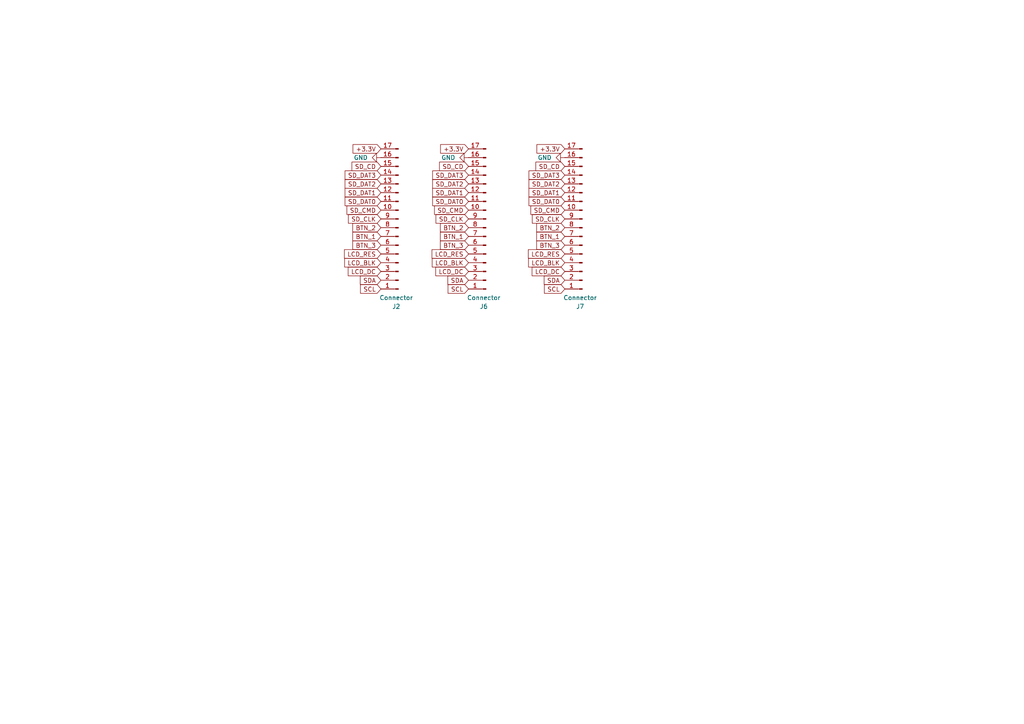
<source format=kicad_sch>
(kicad_sch (version 20250114) (generator "eeschema") (generator_version "9.0")
  (paper "A4")
  (lib_symbols
    (symbol "Connector:Conn_01x17_Pin" (pin_names (offset 1.016) (hide yes))
      (property "Reference" "J" (at 0 22.86 0))
      (property "Value" "Conn_01x17_Pin" (at 0 -22.86 0))
      (symbol "Conn_01x17_Pin_1_1"
        (rectangle (start 0.8636 20.447) (end 0 20.193) (stroke (width 0.1524)) (fill (type outline)))
        (rectangle (start 0.8636 17.907) (end 0 17.653) (stroke (width 0.1524)) (fill (type outline)))
        (rectangle (start 0.8636 15.367) (end 0 15.113) (stroke (width 0.1524)) (fill (type outline)))
        (rectangle (start 0.8636 12.827) (end 0 12.573) (stroke (width 0.1524)) (fill (type outline)))
        (rectangle (start 0.8636 10.287) (end 0 10.033) (stroke (width 0.1524)) (fill (type outline)))
        (rectangle (start 0.8636 7.747) (end 0 7.493) (stroke (width 0.1524)) (fill (type outline)))
        (rectangle (start 0.8636 5.207) (end 0 4.953) (stroke (width 0.1524)) (fill (type outline)))
        (rectangle (start 0.8636 2.667) (end 0 2.413) (stroke (width 0.1524)) (fill (type outline)))
        (rectangle (start 0.8636 0.127) (end 0 -0.127) (stroke (width 0.1524)) (fill (type outline)))
        (rectangle (start 0.8636 -2.413) (end 0 -2.667) (stroke (width 0.1524)) (fill (type outline)))
        (rectangle (start 0.8636 -4.953) (end 0 -5.207) (stroke (width 0.1524)) (fill (type outline)))
        (rectangle (start 0.8636 -7.493) (end 0 -7.747) (stroke (width 0.1524)) (fill (type outline)))
        (rectangle (start 0.8636 -10.033) (end 0 -10.287) (stroke (width 0.1524)) (fill (type outline)))
        (rectangle (start 0.8636 -12.573) (end 0 -12.827) (stroke (width 0.1524)) (fill (type outline)))
        (rectangle (start 0.8636 -15.113) (end 0 -15.367) (stroke (width 0.1524)) (fill (type outline)))
        (rectangle (start 0.8636 -17.653) (end 0 -17.907) (stroke (width 0.1524)) (fill (type outline)))
        (rectangle (start 0.8636 -20.193) (end 0 -20.447) (stroke (width 0.1524)) (fill (type outline)))
        (polyline (pts (xy 1.27 20.32) (xy 0.8636 20.32)) (stroke (width 0.1524)))
        (polyline (pts (xy 1.27 17.78) (xy 0.8636 17.78)) (stroke (width 0.1524)))
        (polyline (pts (xy 1.27 15.24) (xy 0.8636 15.24)) (stroke (width 0.1524)))
        (polyline (pts (xy 1.27 12.7) (xy 0.8636 12.7)) (stroke (width 0.1524)))
        (polyline (pts (xy 1.27 10.16) (xy 0.8636 10.16)) (stroke (width 0.1524)))
        (polyline (pts (xy 1.27 7.62) (xy 0.8636 7.62)) (stroke (width 0.1524)))
        (polyline (pts (xy 1.27 5.08) (xy 0.8636 5.08)) (stroke (width 0.1524)))
        (polyline (pts (xy 1.27 2.54) (xy 0.8636 2.54)) (stroke (width 0.1524)))
        (polyline (pts (xy 1.27 0) (xy 0.8636 0)) (stroke (width 0.1524)))
        (polyline (pts (xy 1.27 -2.54) (xy 0.8636 -2.54)) (stroke (width 0.1524)))
        (polyline (pts (xy 1.27 -5.08) (xy 0.8636 -5.08)) (stroke (width 0.1524)))
        (polyline (pts (xy 1.27 -7.62) (xy 0.8636 -7.62)) (stroke (width 0.1524)))
        (polyline (pts (xy 1.27 -10.16) (xy 0.8636 -10.16)) (stroke (width 0.1524)))
        (polyline (pts (xy 1.27 -12.7) (xy 0.8636 -12.7)) (stroke (width 0.1524)))
        (polyline (pts (xy 1.27 -15.24) (xy 0.8636 -15.24)) (stroke (width 0.1524)))
        (polyline (pts (xy 1.27 -17.78) (xy 0.8636 -17.78)) (stroke (width 0.1524)))
        (polyline (pts (xy 1.27 -20.32) (xy 0.8636 -20.32)) (stroke (width 0.1524)))
        (pin passive line (at 5.08 20.32 180) (length 3.81) (name "Pin_1") (number "1"))
        (pin passive line (at 5.08 17.78 180) (length 3.81) (name "Pin_2") (number "2"))
        (pin passive line (at 5.08 15.24 180) (length 3.81) (name "Pin_3") (number "3"))
        (pin passive line (at 5.08 12.7 180) (length 3.81) (name "Pin_4") (number "4"))
        (pin passive line (at 5.08 10.16 180) (length 3.81) (name "Pin_5") (number "5"))
        (pin passive line (at 5.08 7.62 180) (length 3.81) (name "Pin_6") (number "6"))
        (pin passive line (at 5.08 5.08 180) (length 3.81) (name "Pin_7") (number "7"))
        (pin passive line (at 5.08 2.54 180) (length 3.81) (name "Pin_8") (number "8"))
        (pin passive line (at 5.08 0 180) (length 3.81) (name "Pin_9") (number "9"))
        (pin passive line (at 5.08 -2.54 180) (length 3.81) (name "Pin_10") (number "10"))
        (pin passive line (at 5.08 -5.08 180) (length 3.81) (name "Pin_11") (number "11"))
        (pin passive line (at 5.08 -7.62 180) (length 3.81) (name "Pin_12") (number "12"))
        (pin passive line (at 5.08 -10.16 180) (length 3.81) (name "Pin_13") (number "13"))
        (pin passive line (at 5.08 -12.7 180) (length 3.81) (name "Pin_14") (number "14"))
        (pin passive line (at 5.08 -15.24 180) (length 3.81) (name "Pin_15") (number "15"))
        (pin passive line (at 5.08 -17.78 180) (length 3.81) (name "Pin_16") (number "16"))
        (pin passive line (at 5.08 -20.32 180) (length 3.81) (name "Pin_17") (number "17"))
      )
    )
    (symbol "power:GND" (power) (pin_numbers (hide yes)) (pin_names (offset 0) (hide yes))
      (property "Value" "GND" (at 0 -3.81 0))
      (symbol "GND_0_1"
        (polyline (pts (xy 0 0) (xy 0 -1.27) (xy 1.27 -1.27) (xy 0 -2.54) (xy -1.27 -1.27) (xy 0 -1.27)))
      )
      (symbol "GND_1_1"
        (pin power_in line (at 0 0 270) (length 0) (name "~") (number "1"))
      )
    )
  )
  (global_label "BTN_1" (shape input) (at 110.49 68.58 180) (property "Intersheetrefs" "${INTERSHEET_REFS}" (effects (hide yes))))
  (global_label "SD_CLK" (shape input) (at 163.83 63.5 180) (property "Intersheetrefs" "${INTERSHEET_REFS}" (effects (hide yes))))
  (global_label "SD_DAT3" (shape input) (at 135.89 50.8 180) (property "Intersheetrefs" "${INTERSHEET_REFS}" (effects (hide yes))))
  (global_label "SD_CLK" (shape input) (at 110.49 63.5 180) (property "Intersheetrefs" "${INTERSHEET_REFS}" (effects (hide yes))))
  (global_label "BTN_1" (shape input) (at 163.83 68.58 180) (property "Intersheetrefs" "${INTERSHEET_REFS}" (effects (hide yes))))
  (global_label "SD_DAT0" (shape input) (at 110.49 58.42 180) (property "Intersheetrefs" "${INTERSHEET_REFS}" (effects (hide yes))))
  (global_label "BTN_3" (shape input) (at 163.83 71.12 180) (property "Intersheetrefs" "${INTERSHEET_REFS}" (effects (hide yes))))
  (global_label "SCL" (shape input) (at 163.83 83.82 180) (property "Intersheetrefs" "${INTERSHEET_REFS}" (effects (hide yes))))
  (global_label "SD_CMD" (shape input) (at 135.89 60.96 180) (property "Intersheetrefs" "${INTERSHEET_REFS}" (effects (hide yes))))
  (global_label "SCL" (shape input) (at 110.49 83.82 180) (property "Intersheetrefs" "${INTERSHEET_REFS}" (effects (hide yes))))
  (global_label "LCD_DC" (shape input) (at 135.89 78.74 180) (property "Intersheetrefs" "${INTERSHEET_REFS}" (effects (hide yes))))
  (global_label "LCD_DC" (shape input) (at 163.83 78.74 180) (property "Intersheetrefs" "${INTERSHEET_REFS}" (effects (hide yes))))
  (global_label "SD_DAT1" (shape input) (at 110.49 55.88 180) (property "Intersheetrefs" "${INTERSHEET_REFS}" (effects (hide yes))))
  (global_label "BTN_3" (shape input) (at 110.49 71.12 180) (property "Intersheetrefs" "${INTERSHEET_REFS}" (effects (hide yes))))
  (global_label "+3.3V" (shape input) (at 135.89 43.18 180) (property "Intersheetrefs" "${INTERSHEET_REFS}" (effects (hide yes))))
  (global_label "LCD_RES" (shape input) (at 163.83 73.66 180) (property "Intersheetrefs" "${INTERSHEET_REFS}" (effects (hide yes))))
  (global_label "+3.3V" (shape input) (at 110.49 43.18 180) (property "Intersheetrefs" "${INTERSHEET_REFS}" (effects (hide yes))))
  (global_label "BTN_2" (shape input) (at 135.89 66.04 180) (property "Intersheetrefs" "${INTERSHEET_REFS}" (effects (hide yes))))
  (global_label "SD_DAT2" (shape input) (at 110.49 53.34 180) (property "Intersheetrefs" "${INTERSHEET_REFS}" (effects (hide yes))))
  (global_label "SD_DAT0" (shape input) (at 163.83 58.42 180) (property "Intersheetrefs" "${INTERSHEET_REFS}" (effects (hide yes))))
  (global_label "SD_DAT2" (shape input) (at 135.89 53.34 180) (property "Intersheetrefs" "${INTERSHEET_REFS}" (effects (hide yes))))
  (global_label "SDA" (shape input) (at 110.49 81.28 180) (property "Intersheetrefs" "${INTERSHEET_REFS}" (effects (hide yes))))
  (global_label "SD_CD" (shape input) (at 110.49 48.26 180) (property "Intersheetrefs" "${INTERSHEET_REFS}" (effects (hide yes))))
  (global_label "+3.3V" (shape input) (at 163.83 43.18 180) (property "Intersheetrefs" "${INTERSHEET_REFS}" (effects (hide yes))))
  (global_label "SD_CLK" (shape input) (at 135.89 63.5 180) (property "Intersheetrefs" "${INTERSHEET_REFS}" (effects (hide yes))))
  (global_label "SD_CD" (shape input) (at 163.83 48.26 180) (property "Intersheetrefs" "${INTERSHEET_REFS}" (effects (hide yes))))
  (global_label "SD_CD" (shape input) (at 135.89 48.26 180) (property "Intersheetrefs" "${INTERSHEET_REFS}" (effects (hide yes))))
  (global_label "BTN_2" (shape input) (at 110.49 66.04 180) (property "Intersheetrefs" "${INTERSHEET_REFS}" (effects (hide yes))))
  (global_label "SD_DAT1" (shape input) (at 163.83 55.88 180) (property "Intersheetrefs" "${INTERSHEET_REFS}" (effects (hide yes))))
  (global_label "SD_DAT0" (shape input) (at 135.89 58.42 180) (property "Intersheetrefs" "${INTERSHEET_REFS}" (effects (hide yes))))
  (global_label "BTN_2" (shape input) (at 163.83 66.04 180) (property "Intersheetrefs" "${INTERSHEET_REFS}" (effects (hide yes))))
  (global_label "SD_CMD" (shape input) (at 110.49 60.96 180) (property "Intersheetrefs" "${INTERSHEET_REFS}" (effects (hide yes))))
  (global_label "SD_DAT2" (shape input) (at 163.83 53.34 180) (property "Intersheetrefs" "${INTERSHEET_REFS}" (effects (hide yes))))
  (global_label "LCD_BLK" (shape input) (at 163.83 76.2 180) (property "Intersheetrefs" "${INTERSHEET_REFS}" (effects (hide yes))))
  (global_label "SD_DAT3" (shape input) (at 163.83 50.8 180) (property "Intersheetrefs" "${INTERSHEET_REFS}" (effects (hide yes))))
  (global_label "SD_DAT3" (shape input) (at 110.49 50.8 180) (property "Intersheetrefs" "${INTERSHEET_REFS}" (effects (hide yes))))
  (global_label "LCD_RES" (shape input) (at 135.89 73.66 180) (property "Intersheetrefs" "${INTERSHEET_REFS}" (effects (hide yes))))
  (global_label "SCL" (shape input) (at 135.89 83.82 180) (property "Intersheetrefs" "${INTERSHEET_REFS}" (effects (hide yes))))
  (global_label "LCD_DC" (shape input) (at 110.49 78.74 180) (property "Intersheetrefs" "${INTERSHEET_REFS}" (effects (hide yes))))
  (global_label "SDA" (shape input) (at 163.83 81.28 180) (property "Intersheetrefs" "${INTERSHEET_REFS}" (effects (hide yes))))
  (global_label "BTN_1" (shape input) (at 135.89 68.58 180) (property "Intersheetrefs" "${INTERSHEET_REFS}" (effects (hide yes))))
  (global_label "SD_CMD" (shape input) (at 163.83 60.96 180) (property "Intersheetrefs" "${INTERSHEET_REFS}" (effects (hide yes))))
  (global_label "LCD_RES" (shape input) (at 110.49 73.66 180) (property "Intersheetrefs" "${INTERSHEET_REFS}" (effects (hide yes))))
  (global_label "SD_DAT1" (shape input) (at 135.89 55.88 180) (property "Intersheetrefs" "${INTERSHEET_REFS}" (effects (hide yes))))
  (global_label "LCD_BLK" (shape input) (at 135.89 76.2 180) (property "Intersheetrefs" "${INTERSHEET_REFS}" (effects (hide yes))))
  (global_label "SDA" (shape input) (at 135.89 81.28 180) (property "Intersheetrefs" "${INTERSHEET_REFS}" (effects (hide yes))))
  (global_label "LCD_BLK" (shape input) (at 110.49 76.2 180) (property "Intersheetrefs" "${INTERSHEET_REFS}" (effects (hide yes))))
  (global_label "BTN_3" (shape input) (at 135.89 71.12 180) (property "Intersheetrefs" "${INTERSHEET_REFS}" (effects (hide yes))))
  (symbol (lib_id "Connector:Conn_01x17_Pin") (at 168.91 63.5 180) (unit 1)
    (property "Reference" "J7" (at 168.275 88.9 0))
    (property "Value" "Connector" (at 168.275 86.36 0))
    (property "Footprint" "Connector_PinSocket_2.00mm:PinSocket_1x17_P2.00mm_Horizontal" (effects (hide yes)))
    (property "Description" "Generic connector, single row, 01x17, script generated" (effects (hide yes)))
  )
  (symbol (lib_id "power:GND") (at 110.49 45.72 270) (unit 1)
    (property "Reference" "#PWR064" (effects (hide yes)))
    (property "Value" "GND" (at 106.68 45.7199 90) (effects (justify right)))
    (property "Description" "Power symbol creates a global label with name \"GND\" , ground" (effects (hide yes)))
  )
  (symbol (lib_id "power:GND") (at 135.89 45.72 270) (unit 1)
    (property "Reference" "#PWR065" (effects (hide yes)))
    (property "Value" "GND" (at 132.08 45.7199 90) (effects (justify right)))
    (property "Description" "Power symbol creates a global label with name \"GND\" , ground" (effects (hide yes)))
  )
  (symbol (lib_id "Connector:Conn_01x17_Pin") (at 115.57 63.5 180) (unit 1)
    (property "Reference" "J2" (at 114.935 88.9 0))
    (property "Value" "Connector" (at 114.935 86.36 0))
    (property "Footprint" "Connector_PinSocket_2.00mm:PinSocket_1x17_P2.00mm_Horizontal" (effects (hide yes)))
    (property "Description" "Generic connector, single row, 01x17, script generated" (effects (hide yes)))
  )
  (symbol (lib_id "Connector:Conn_01x17_Pin") (at 140.97 63.5 180) (unit 1)
    (property "Reference" "J6" (at 140.335 88.9 0))
    (property "Value" "Connector" (at 140.335 86.36 0))
    (property "Footprint" "Connector_PinSocket_2.00mm:PinSocket_1x17_P2.00mm_Horizontal" (effects (hide yes)))
    (property "Description" "Generic connector, single row, 01x17, script generated" (effects (hide yes)))
  )
  (symbol (lib_id "power:GND") (at 163.83 45.72 270) (unit 1)
    (property "Reference" "#PWR072" (effects (hide yes)))
    (property "Value" "GND" (at 160.02 45.7199 90) (effects (justify right)))
    (property "Description" "Power symbol creates a global label with name \"GND\" , ground" (effects (hide yes)))
  )
)
</source>
